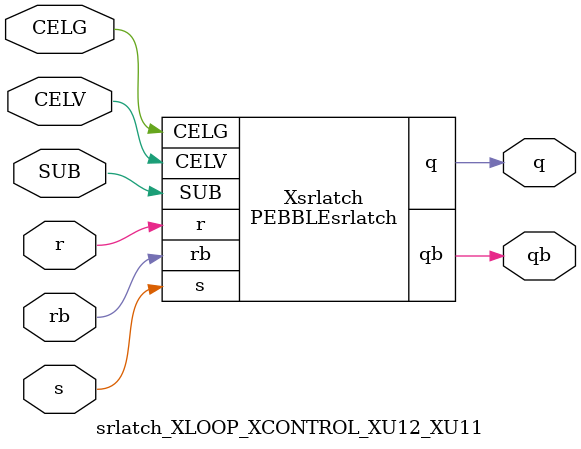
<source format=v>



module PEBBLEsrlatch ( q, qb, CELG, CELV, SUB, r, rb, s );

  input CELV;
  input s;
  output q;
  input rb;
  input r;
  input SUB;
  input CELG;
  output qb;
endmodule

//Celera Confidential Do Not Copy srlatch_XLOOP_XCONTROL_XU12_XU11
//Celera Confidential Symbol Generator
//SR Latch
module srlatch_XLOOP_XCONTROL_XU12_XU11 (CELV,CELG,s,r,rb,q,qb,SUB);
input CELV;
input CELG;
input s;
input r;
input rb;
input SUB;
output q;
output qb;

//Celera Confidential Do Not Copy srlatch
PEBBLEsrlatch Xsrlatch(
.CELV (CELV),
.r (r),
.s (s),
.q (q),
.qb (qb),
.rb (rb),
.SUB (SUB),
.CELG (CELG)
);
//,diesize,PEBBLEsrlatch

//Celera Confidential Do Not Copy Module End
//Celera Schematic Generator
endmodule

</source>
